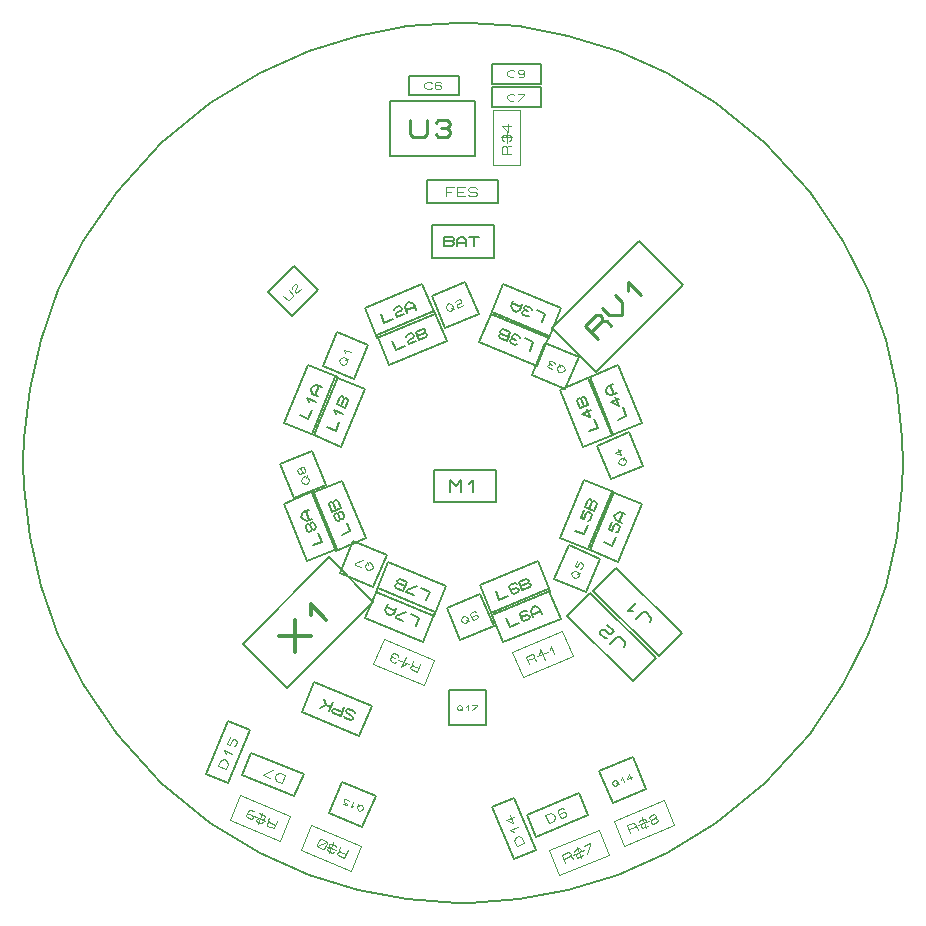
<source format=gbr>
G04 PROTEUS RS274X GERBER FILE*
%FSLAX45Y45*%
%MOMM*%
G01*
%ADD31C,0.203200*%
%ADD87C,0.132080*%
%ADD88C,0.103290*%
%ADD89C,0.050000*%
%ADD90C,0.116250*%
%ADD91C,0.118870*%
%ADD92C,0.164590*%
%ADD93C,0.259080*%
%ADD94C,0.316990*%
%ADD95C,0.241300*%
%ADD96C,0.077470*%
%ADD97C,0.100580*%
%ADD98C,0.120190*%
%ADD99C,0.119920*%
D31*
X-1255770Y+240792D02*
X-1053590Y+728896D01*
X-1307029Y+833874D01*
X-1509208Y+345770D01*
X-1255770Y+240792D01*
D87*
X-1378661Y+406065D02*
X-1305445Y+375738D01*
X-1275118Y+448954D01*
X-1303711Y+517982D02*
X-1318007Y+552496D01*
X-1244791Y+522169D01*
X-1224573Y+570980D02*
X-1273384Y+591198D01*
X-1287680Y+625712D01*
X-1277571Y+650117D01*
X-1243057Y+664414D01*
X-1194246Y+644196D01*
X-1248978Y+581089D02*
X-1218652Y+654305D01*
D31*
X-1025770Y+140792D02*
X-823590Y+628896D01*
X-1077029Y+733874D01*
X-1279208Y+245770D01*
X-1025770Y+140792D01*
D87*
X-1148661Y+306065D02*
X-1075445Y+275738D01*
X-1045118Y+348954D01*
X-1073711Y+417982D02*
X-1088007Y+452496D01*
X-1014791Y+422169D01*
X-994573Y+470980D02*
X-1067789Y+501307D01*
X-1042516Y+562320D01*
X-1025259Y+569468D01*
X-1013057Y+564414D01*
X-1005909Y+547156D01*
X-988652Y+554305D01*
X-976449Y+549250D01*
X-969301Y+531993D01*
X-994573Y+470980D01*
X-1031181Y+486143D02*
X-1005909Y+547156D01*
D31*
X-916361Y+714513D02*
X-797775Y+1000804D01*
X-1067640Y+1112586D01*
X-1186226Y+826294D01*
X-916361Y+714513D01*
D88*
X-1033165Y+841158D02*
X-1044346Y+868149D01*
X-1036441Y+887236D01*
X-1009449Y+898415D01*
X-990363Y+890510D01*
X-979182Y+863518D01*
X-987088Y+844432D01*
X-1014080Y+833252D01*
X-1033165Y+841158D01*
X-998269Y+871424D02*
X-971277Y+882604D01*
X-993637Y+936587D02*
X-1004818Y+963580D01*
X-947559Y+939862D01*
D31*
X-724230Y+1060792D02*
X-236126Y+1262971D01*
X-341104Y+1516410D01*
X-829208Y+1314230D01*
X-724230Y+1060792D01*
D87*
X-694262Y+1264555D02*
X-663935Y+1191339D01*
X-590719Y+1221666D01*
X-579384Y+1297843D02*
X-572236Y+1315100D01*
X-535628Y+1330263D01*
X-518371Y+1323115D01*
X-513316Y+1310913D01*
X-520464Y+1293655D01*
X-557072Y+1278492D01*
X-564220Y+1261235D01*
X-554111Y+1236830D01*
X-493098Y+1262102D01*
X-468693Y+1272211D02*
X-488911Y+1321022D01*
X-474615Y+1355536D01*
X-450209Y+1365645D01*
X-415695Y+1351349D01*
X-395477Y+1302538D01*
X-478802Y+1296616D02*
X-405586Y+1326943D01*
D31*
X-624230Y+830792D02*
X-136126Y+1032971D01*
X-241104Y+1286410D01*
X-729208Y+1084230D01*
X-624230Y+830792D01*
D87*
X-594262Y+1034555D02*
X-563935Y+961339D01*
X-490719Y+991666D01*
X-479384Y+1067843D02*
X-472236Y+1085100D01*
X-435628Y+1100263D01*
X-418371Y+1093115D01*
X-413316Y+1080913D01*
X-420464Y+1063655D01*
X-457072Y+1048492D01*
X-464220Y+1031235D01*
X-454111Y+1006830D01*
X-393098Y+1032102D01*
X-368693Y+1042211D02*
X-399020Y+1115427D01*
X-338007Y+1140699D01*
X-320750Y+1133551D01*
X-315695Y+1121349D01*
X-322843Y+1104091D01*
X-305586Y+1096943D01*
X-300532Y+1084741D01*
X-307680Y+1067484D01*
X-368693Y+1042211D01*
X-383856Y+1078819D02*
X-322843Y+1104091D01*
D31*
X+240792Y+1265770D02*
X+728896Y+1063590D01*
X+833874Y+1317029D01*
X+345770Y+1519208D01*
X+240792Y+1265770D01*
D87*
X+668601Y+1194137D02*
X+698928Y+1267353D01*
X+625712Y+1297680D01*
X+563832Y+1251830D02*
X+546575Y+1244682D01*
X+509967Y+1259846D01*
X+502819Y+1277103D01*
X+507873Y+1289305D01*
X+525131Y+1296453D01*
X+517982Y+1313710D01*
X+523037Y+1325913D01*
X+540294Y+1333061D01*
X+576902Y+1317898D01*
X+584050Y+1300641D01*
X+549536Y+1286344D02*
X+525131Y+1296453D01*
X+503686Y+1348225D02*
X+483468Y+1299414D01*
X+448954Y+1285118D01*
X+424549Y+1295227D01*
X+410252Y+1329741D01*
X+430470Y+1378552D01*
X+493577Y+1323820D02*
X+420361Y+1354146D01*
D31*
X+140792Y+1025770D02*
X+628896Y+823590D01*
X+733874Y+1077029D01*
X+245770Y+1279208D01*
X+140792Y+1025770D01*
D87*
X+568601Y+954137D02*
X+598928Y+1027353D01*
X+525712Y+1057680D01*
X+463832Y+1011830D02*
X+446575Y+1004682D01*
X+409967Y+1019846D01*
X+402819Y+1037103D01*
X+407873Y+1049305D01*
X+425131Y+1056453D01*
X+417982Y+1073710D01*
X+423037Y+1085913D01*
X+440294Y+1093061D01*
X+476902Y+1077898D01*
X+484050Y+1060641D01*
X+449536Y+1046344D02*
X+425131Y+1056453D01*
X+403686Y+1108225D02*
X+373359Y+1035009D01*
X+312346Y+1060282D01*
X+305198Y+1077539D01*
X+310252Y+1089741D01*
X+327510Y+1096889D01*
X+320361Y+1114146D01*
X+325416Y+1126349D01*
X+342673Y+1133497D01*
X+403686Y+1108225D01*
X+388523Y+1071617D02*
X+327510Y+1096889D01*
D31*
X+1060792Y+724230D02*
X+1262971Y+236126D01*
X+1516410Y+341104D01*
X+1314230Y+829208D01*
X+1060792Y+724230D01*
D87*
X+1312647Y+371072D02*
X+1385863Y+401399D01*
X+1355536Y+474615D01*
X+1290695Y+562127D02*
X+1321022Y+488911D01*
X+1251993Y+517504D01*
X+1325209Y+547830D01*
X+1304991Y+596641D02*
X+1256180Y+576423D01*
X+1221666Y+590719D01*
X+1211557Y+615125D01*
X+1225853Y+649639D01*
X+1274664Y+669857D01*
X+1280586Y+586532D02*
X+1250259Y+659748D01*
D31*
X+820792Y+624230D02*
X+1022971Y+136126D01*
X+1276410Y+241104D01*
X+1074230Y+729208D01*
X+820792Y+624230D01*
D87*
X+1072647Y+271072D02*
X+1145863Y+301399D01*
X+1115536Y+374615D01*
X+1050695Y+462127D02*
X+1081022Y+388911D01*
X+1011993Y+417504D01*
X+1085209Y+447830D01*
X+1064991Y+496641D02*
X+991775Y+466314D01*
X+966503Y+527327D01*
X+973651Y+544584D01*
X+985853Y+549639D01*
X+1003111Y+542491D01*
X+1010259Y+559748D01*
X+1022461Y+564802D01*
X+1039718Y+557654D01*
X+1064991Y+496641D01*
X+1028383Y+481478D02*
X+1003111Y+542491D01*
D31*
X+1265770Y-240792D02*
X+1063590Y-728896D01*
X+1317029Y-833874D01*
X+1519208Y-345770D01*
X+1265770Y-240792D01*
D87*
X+1194137Y-668601D02*
X+1267353Y-698928D01*
X+1297680Y-625712D01*
X+1264900Y-497765D02*
X+1239628Y-558778D01*
X+1264033Y-568887D01*
X+1284251Y-520076D01*
X+1301508Y-512928D01*
X+1325913Y-523037D01*
X+1333061Y-540294D01*
X+1317898Y-576902D01*
X+1300641Y-584050D01*
X+1348225Y-503686D02*
X+1299414Y-483468D01*
X+1285118Y-448954D01*
X+1295227Y-424549D01*
X+1329741Y-410252D01*
X+1378552Y-430470D01*
X+1323820Y-493577D02*
X+1354146Y-420361D01*
D31*
X+1025770Y-140792D02*
X+823590Y-628896D01*
X+1077029Y-733874D01*
X+1279208Y-245770D01*
X+1025770Y-140792D01*
D87*
X+954137Y-568601D02*
X+1027353Y-598928D01*
X+1057680Y-525712D01*
X+1024900Y-397765D02*
X+999628Y-458778D01*
X+1024033Y-468887D01*
X+1044251Y-420076D01*
X+1061508Y-412928D01*
X+1085913Y-423037D01*
X+1093061Y-440294D01*
X+1077898Y-476902D01*
X+1060641Y-484050D01*
X+1108225Y-403686D02*
X+1035009Y-373359D01*
X+1060282Y-312346D01*
X+1077539Y-305198D01*
X+1089741Y-310252D01*
X+1096889Y-327510D01*
X+1114146Y-320361D01*
X+1126349Y-325416D01*
X+1133497Y-342673D01*
X+1108225Y-403686D01*
X+1071617Y-388523D02*
X+1096889Y-327510D01*
D31*
X+724230Y-1060792D02*
X+236126Y-1262971D01*
X+341104Y-1516410D01*
X+829208Y-1314230D01*
X+724230Y-1060792D01*
D87*
X+371072Y-1312647D02*
X+401399Y-1385863D01*
X+474615Y-1355536D01*
X+546963Y-1254087D02*
X+529706Y-1246939D01*
X+493098Y-1262102D01*
X+485950Y-1279359D01*
X+506168Y-1328170D01*
X+523425Y-1335318D01*
X+560033Y-1320154D01*
X+567181Y-1302897D01*
X+562127Y-1290695D01*
X+544870Y-1283547D01*
X+496059Y-1303765D01*
X+596641Y-1304991D02*
X+576423Y-1256180D01*
X+590719Y-1221666D01*
X+615125Y-1211557D01*
X+649639Y-1225853D01*
X+669857Y-1274664D01*
X+586532Y-1280586D02*
X+659748Y-1250259D01*
D31*
X+634230Y-830792D02*
X+146126Y-1032971D01*
X+251104Y-1286410D01*
X+739208Y-1084230D01*
X+634230Y-830792D01*
D87*
X+281072Y-1082647D02*
X+311399Y-1155863D01*
X+384615Y-1125536D01*
X+456963Y-1024087D02*
X+439706Y-1016939D01*
X+403098Y-1032102D01*
X+395950Y-1049359D01*
X+416168Y-1098170D01*
X+433425Y-1105318D01*
X+470033Y-1090154D01*
X+477181Y-1072897D01*
X+472127Y-1060695D01*
X+454870Y-1053547D01*
X+406059Y-1073765D01*
X+506641Y-1074991D02*
X+476314Y-1001775D01*
X+537327Y-976503D01*
X+554584Y-983651D01*
X+559639Y-995853D01*
X+552491Y-1013111D01*
X+569748Y-1020259D01*
X+574802Y-1032461D01*
X+567654Y-1049718D01*
X+506641Y-1074991D01*
X+491478Y-1038383D02*
X+552491Y-1013111D01*
D31*
X-230792Y-1255770D02*
X-718896Y-1053590D01*
X-823874Y-1307029D01*
X-335770Y-1509208D01*
X-230792Y-1255770D01*
D87*
X-396065Y-1378661D02*
X-365738Y-1305445D01*
X-438954Y-1275118D01*
X-505888Y-1333170D02*
X-566901Y-1307898D01*
X-561847Y-1295695D01*
X-475562Y-1259955D01*
X-560980Y-1224573D02*
X-581198Y-1273384D01*
X-615712Y-1287680D01*
X-640117Y-1277571D01*
X-654414Y-1243057D01*
X-634196Y-1194246D01*
X-571089Y-1248978D02*
X-644305Y-1218652D01*
D31*
X-140792Y-1035770D02*
X-628896Y-833590D01*
X-733874Y-1087029D01*
X-245770Y-1289208D01*
X-140792Y-1035770D01*
D87*
X-306065Y-1158661D02*
X-275738Y-1085445D01*
X-348954Y-1055118D01*
X-415888Y-1113170D02*
X-476901Y-1087898D01*
X-471847Y-1075695D01*
X-385562Y-1039955D01*
X-470980Y-1004573D02*
X-501307Y-1077789D01*
X-562320Y-1052516D01*
X-569468Y-1035259D01*
X-564414Y-1023057D01*
X-547156Y-1015909D01*
X-554305Y-998652D01*
X-549250Y-986449D01*
X-531993Y-979301D01*
X-470980Y-1004573D01*
X-486143Y-1041181D02*
X-547156Y-1015909D01*
D31*
X-1060792Y-724230D02*
X-1262971Y-236126D01*
X-1516410Y-341104D01*
X-1314230Y-829208D01*
X-1060792Y-724230D01*
D87*
X-1264555Y-694262D02*
X-1191339Y-663935D01*
X-1221666Y-590719D01*
X-1278492Y-557072D02*
X-1285640Y-574329D01*
X-1297843Y-579384D01*
X-1315100Y-572236D01*
X-1330263Y-535628D01*
X-1323115Y-518371D01*
X-1310913Y-513316D01*
X-1293655Y-520464D01*
X-1278492Y-557072D01*
X-1261235Y-564220D01*
X-1249032Y-559166D01*
X-1241884Y-541909D01*
X-1257048Y-505301D01*
X-1274305Y-498153D01*
X-1286507Y-503207D01*
X-1293655Y-520464D01*
X-1272211Y-468693D02*
X-1321022Y-488911D01*
X-1355536Y-474615D01*
X-1365645Y-450209D01*
X-1351349Y-415695D01*
X-1302538Y-395477D01*
X-1296616Y-478802D02*
X-1326943Y-405586D01*
D31*
X-820792Y-634230D02*
X-1022971Y-146126D01*
X-1276410Y-251104D01*
X-1074230Y-739208D01*
X-820792Y-634230D01*
D87*
X-1024555Y-604262D02*
X-951339Y-573935D01*
X-981666Y-500719D01*
X-1038492Y-467072D02*
X-1045640Y-484329D01*
X-1057843Y-489384D01*
X-1075100Y-482236D01*
X-1090263Y-445628D01*
X-1083115Y-428371D01*
X-1070913Y-423316D01*
X-1053655Y-430464D01*
X-1038492Y-467072D01*
X-1021235Y-474220D01*
X-1009032Y-469166D01*
X-1001884Y-451909D01*
X-1017048Y-415301D01*
X-1034305Y-408153D01*
X-1046507Y-413207D01*
X-1053655Y-430464D01*
X-1032211Y-378693D02*
X-1105427Y-409020D01*
X-1130699Y-348007D01*
X-1123551Y-330750D01*
X-1111349Y-325695D01*
X-1094091Y-332843D01*
X-1086943Y-315586D01*
X-1074741Y-310532D01*
X-1057484Y-317680D01*
X-1032211Y-378693D01*
X-1068819Y-393856D02*
X-1094091Y-332843D01*
D31*
X-150804Y+1147775D02*
X+135487Y+1266361D01*
X+23706Y+1536226D01*
X-262586Y+1417640D01*
X-150804Y+1147775D01*
D88*
X-143846Y+1319920D02*
X-132666Y+1346912D01*
X-113580Y+1354818D01*
X-86588Y+1343637D01*
X-78683Y+1324552D01*
X-89863Y+1297560D01*
X-108949Y+1289654D01*
X-135940Y+1300835D01*
X-143846Y+1319920D01*
X-97768Y+1316646D02*
X-70777Y+1305465D01*
X-61912Y+1365040D02*
X-56322Y+1378535D01*
X-27693Y+1390394D01*
X-14197Y+1384804D01*
X-10244Y+1375260D01*
X-15834Y+1361765D01*
X-44464Y+1349906D01*
X-50054Y+1336411D01*
X-42148Y+1317324D01*
X+5567Y+1337088D01*
D31*
X+584513Y+746361D02*
X+870804Y+627775D01*
X+982586Y+897640D01*
X+696294Y+1016226D01*
X+584513Y+746361D01*
D88*
X+855940Y+780835D02*
X+828949Y+769654D01*
X+809862Y+777559D01*
X+798683Y+804551D01*
X+806588Y+823637D01*
X+833580Y+834818D01*
X+852666Y+826912D01*
X+863846Y+799920D01*
X+855940Y+780835D01*
X+825674Y+815731D02*
X+814494Y+842723D01*
X+766100Y+806867D02*
X+752605Y+801277D01*
X+723976Y+813135D01*
X+718386Y+826631D01*
X+722339Y+836174D01*
X+735834Y+841764D01*
X+730244Y+855260D01*
X+734197Y+864804D01*
X+747693Y+870394D01*
X+776322Y+858535D01*
X+781912Y+845039D01*
X+754921Y+833859D02*
X+735834Y+841764D01*
D31*
X+1137775Y+150804D02*
X+1256361Y-135487D01*
X+1526226Y-23706D01*
X+1407640Y+262586D01*
X+1137775Y+150804D01*
D88*
X+1354080Y-16748D02*
X+1327088Y-5568D01*
X+1319182Y+13518D01*
X+1330363Y+40510D01*
X+1349448Y+48415D01*
X+1376440Y+37235D01*
X+1384346Y+18149D01*
X+1373165Y-8842D01*
X+1354080Y-16748D01*
X+1357354Y+29330D02*
X+1368535Y+56321D01*
X+1317825Y+124759D02*
X+1341542Y+67502D01*
X+1287559Y+89862D01*
X+1344817Y+113579D01*
D31*
X+896361Y-694513D02*
X+777775Y-980804D01*
X+1047640Y-1092586D01*
X+1166226Y-806294D01*
X+896361Y-694513D01*
D88*
X+930835Y-965940D02*
X+919654Y-938949D01*
X+927559Y-919862D01*
X+954551Y-908683D01*
X+973637Y-916588D01*
X+984818Y-943580D01*
X+976912Y-962666D01*
X+949920Y-973846D01*
X+930835Y-965940D01*
X+965731Y-935674D02*
X+992723Y-924494D01*
X+967088Y-824433D02*
X+947324Y-872148D01*
X+966410Y-880053D01*
X+982222Y-841882D01*
X+995717Y-836291D01*
X+1014804Y-844197D01*
X+1020394Y-857693D01*
X+1008535Y-886322D01*
X+995039Y-891912D01*
D31*
X+150804Y-1107775D02*
X-135487Y-1226361D01*
X-23706Y-1496226D01*
X+262586Y-1377640D01*
X+150804Y-1107775D01*
D88*
X-16748Y-1324080D02*
X-5568Y-1297088D01*
X+13518Y-1289182D01*
X+40510Y-1300363D01*
X+48415Y-1319448D01*
X+37235Y-1346440D01*
X+18149Y-1354346D01*
X-8842Y-1343165D01*
X-16748Y-1324080D01*
X+29330Y-1327354D02*
X+56321Y-1338535D01*
X+112901Y-1259196D02*
X+99405Y-1253606D01*
X+70776Y-1265465D01*
X+65186Y-1278960D01*
X+80998Y-1317133D01*
X+94493Y-1322723D01*
X+123122Y-1310864D01*
X+128712Y-1297369D01*
X+124759Y-1287825D01*
X+111264Y-1282235D01*
X+73092Y-1298047D01*
D31*
X-644240Y-776395D02*
X-930531Y-657809D01*
X-1042313Y-927674D01*
X-756021Y-1046260D01*
X-644240Y-776395D01*
D88*
X-770885Y-893199D02*
X-797876Y-904380D01*
X-816963Y-896475D01*
X-828142Y-869483D01*
X-820237Y-850397D01*
X-793245Y-839216D01*
X-774159Y-847122D01*
X-762979Y-874114D01*
X-770885Y-893199D01*
X-801151Y-858303D02*
X-812331Y-831311D01*
X-864677Y-876710D02*
X-912392Y-856946D01*
X-908439Y-847403D01*
X-840960Y-819452D01*
D31*
X-1157775Y-180804D02*
X-1276361Y+105487D01*
X-1546226Y-6294D01*
X-1427640Y-292586D01*
X-1157775Y-180804D01*
D88*
X-1329920Y-173846D02*
X-1356912Y-162666D01*
X-1364818Y-143580D01*
X-1353637Y-116588D01*
X-1334552Y-108683D01*
X-1307560Y-119863D01*
X-1299654Y-138949D01*
X-1310835Y-165940D01*
X-1329920Y-173846D01*
X-1326646Y-127768D02*
X-1315465Y-100777D01*
X-1359906Y-74464D02*
X-1365496Y-87959D01*
X-1375040Y-91912D01*
X-1388535Y-86322D01*
X-1400394Y-57693D01*
X-1394804Y-44197D01*
X-1385260Y-40244D01*
X-1371765Y-45834D01*
X-1359906Y-74464D01*
X-1346411Y-80054D01*
X-1336867Y-76100D01*
X-1331277Y-62605D01*
X-1343136Y-33976D01*
X-1356631Y-28386D01*
X-1366175Y-32339D01*
X-1371765Y-45834D01*
D89*
X-756063Y-1699940D02*
X-331079Y-1875974D01*
X-243062Y-1663482D01*
X-668046Y-1487448D01*
X-756063Y-1699940D01*
X-480428Y-1635517D02*
X-518697Y-1727905D01*
X-453368Y-1700845D02*
X-545756Y-1662577D01*
D90*
X-357334Y-1702875D02*
X-384027Y-1767316D01*
X-437727Y-1745072D01*
X-444018Y-1729884D01*
X-439570Y-1719143D01*
X-424381Y-1712852D01*
X-370680Y-1735095D01*
X-424381Y-1712852D02*
X-430672Y-1697663D01*
X-421775Y-1676183D01*
X-482530Y-1701348D02*
X-512908Y-1713931D01*
X-486216Y-1649490D01*
X-562160Y-1680948D02*
X-577349Y-1687239D01*
X-609569Y-1673893D01*
X-615860Y-1658705D01*
X-611412Y-1647964D01*
X-596223Y-1641673D01*
X-602514Y-1626484D01*
X-598066Y-1615744D01*
X-582877Y-1609453D01*
X-550657Y-1622799D01*
X-544365Y-1637988D01*
X-574743Y-1650570D02*
X-596223Y-1641673D01*
D89*
X+507554Y-1809752D02*
X+932538Y-1633718D01*
X+844521Y-1421226D01*
X+419537Y-1597260D01*
X+507554Y-1809752D01*
X+656903Y-1569295D02*
X+695172Y-1661683D01*
X+722232Y-1596355D02*
X+629844Y-1634623D01*
D90*
X+560503Y-1701094D02*
X+533810Y-1636653D01*
X+587511Y-1614410D01*
X+602700Y-1620701D01*
X+607148Y-1631441D01*
X+600857Y-1646630D01*
X+547157Y-1668874D01*
X+600857Y-1646630D02*
X+616046Y-1652921D01*
X+624943Y-1674402D01*
X+650109Y-1613646D02*
X+662692Y-1583268D01*
X+689384Y-1647709D01*
X+736030Y-1578057D02*
X+748613Y-1547679D01*
X+775305Y-1612120D01*
D31*
X-302260Y+2200940D02*
X+302260Y+2200940D01*
X+302260Y+2399060D01*
X-302260Y+2399060D01*
X-302260Y+2200940D01*
D91*
X-142645Y+2264338D02*
X-142645Y+2335661D01*
X-71323Y+2335661D01*
X-142645Y+2300000D02*
X-95097Y+2300000D01*
X+23774Y+2264338D02*
X-47548Y+2264338D01*
X-47548Y+2335661D01*
X+23774Y+2335661D01*
X-47548Y+2300000D02*
X+0Y+2300000D01*
X+47549Y+2276225D02*
X+59436Y+2264338D01*
X+106984Y+2264338D01*
X+118871Y+2276225D01*
X+118871Y+2288112D01*
X+106984Y+2300000D01*
X+59436Y+2300000D01*
X+47549Y+2311887D01*
X+47549Y+2323774D01*
X+59436Y+2335661D01*
X+106984Y+2335661D01*
X+118871Y+2323774D01*
D31*
X-261160Y+1742840D02*
X+267160Y+1742840D01*
X+267160Y+2017160D01*
X-261160Y+2017160D01*
X-261160Y+1742840D01*
D87*
X-155496Y+1840376D02*
X-155496Y+1919624D01*
X-89456Y+1919624D01*
X-76248Y+1906416D01*
X-76248Y+1893208D01*
X-89456Y+1880000D01*
X-76248Y+1866792D01*
X-76248Y+1853584D01*
X-89456Y+1840376D01*
X-155496Y+1840376D01*
X-155496Y+1880000D02*
X-89456Y+1880000D01*
X-49832Y+1840376D02*
X-49832Y+1893208D01*
X-23416Y+1919624D01*
X+3000Y+1919624D01*
X+29416Y+1893208D01*
X+29416Y+1840376D01*
X-49832Y+1866792D02*
X+29416Y+1866792D01*
X+55832Y+1919624D02*
X+135080Y+1919624D01*
X+95456Y+1919624D02*
X+95456Y+1840376D01*
D31*
X+1106026Y-1080000D02*
X+1659210Y-1633184D01*
X+1853184Y-1439210D01*
X+1300000Y-886026D01*
X+1106026Y-1080000D01*
D92*
X+1584351Y-1341073D02*
X+1595989Y-1329435D01*
X+1595989Y-1306158D01*
X+1549436Y-1259605D01*
X+1526160Y-1259605D01*
X+1467968Y-1317797D01*
X+1444690Y-1247967D02*
X+1398137Y-1247967D01*
X+1467967Y-1178136D01*
D31*
X-1363874Y-2107028D02*
X-875770Y-2309208D01*
X-770792Y-2055769D01*
X-1258896Y-1853590D01*
X-1363874Y-2107028D01*
D87*
X-910792Y-2117648D02*
X-917941Y-2100391D01*
X-966751Y-2080173D01*
X-984008Y-2087321D01*
X-989063Y-2099524D01*
X-981914Y-2116781D01*
X-933104Y-2136999D01*
X-925956Y-2154256D01*
X-931010Y-2166458D01*
X-948267Y-2173606D01*
X-997078Y-2153388D01*
X-1004226Y-2136131D01*
X-1003359Y-2065009D02*
X-1033686Y-2138225D01*
X-1094699Y-2112952D01*
X-1101847Y-2095695D01*
X-1096793Y-2083493D01*
X-1079535Y-2076345D01*
X-1018522Y-2101617D01*
X-1131307Y-2097789D02*
X-1100980Y-2024573D01*
X-1204522Y-2067462D02*
X-1152751Y-2046018D01*
X-1174196Y-1994246D01*
X-1116143Y-2061181D02*
X-1152751Y-2046018D01*
D31*
X+1130592Y+776619D02*
X+1863381Y+1509408D01*
X+1489803Y+1882986D01*
X+757014Y+1150197D01*
X+1130592Y+776619D01*
D93*
X+1145320Y+1055007D02*
X+1035401Y+1164926D01*
X+1127000Y+1256524D01*
X+1163639Y+1256524D01*
X+1181959Y+1238205D01*
X+1181959Y+1201565D01*
X+1090360Y+1109967D01*
X+1181959Y+1201565D02*
X+1218598Y+1201565D01*
X+1255238Y+1164926D01*
X+1181959Y+1311484D02*
X+1236918Y+1256525D01*
X+1346837Y+1256525D01*
X+1346837Y+1366443D01*
X+1291878Y+1421402D01*
X+1401796Y+1458042D02*
X+1401796Y+1531321D01*
X+1511714Y+1421402D01*
D31*
X-1431066Y+1670184D02*
X-1650184Y+1451066D01*
X-1443638Y+1244520D01*
X-1224520Y+1463638D01*
X-1431066Y+1670184D01*
D88*
X-1517695Y+1420833D02*
X-1481175Y+1384313D01*
X-1466568Y+1384313D01*
X-1437352Y+1413529D01*
X-1437352Y+1428136D01*
X-1473872Y+1464656D01*
X-1444657Y+1479264D02*
X-1444657Y+1493871D01*
X-1422745Y+1515783D01*
X-1408137Y+1515783D01*
X-1400833Y+1508479D01*
X-1400833Y+1493871D01*
X-1422745Y+1471960D01*
X-1422745Y+1457352D01*
X-1408137Y+1442744D01*
X-1371617Y+1479263D01*
D31*
X-1130000Y-796421D02*
X-1862789Y-1529210D01*
X-1489210Y-1902789D01*
X-756421Y-1170000D01*
X-1130000Y-796421D01*
D94*
X-1556166Y-1461679D02*
X-1287191Y-1461679D01*
X-1421678Y-1596167D02*
X-1421679Y-1327191D01*
X-1287191Y-1282362D02*
X-1287191Y-1192703D01*
X-1152703Y-1327192D01*
D31*
X-615350Y+2604020D02*
X+108550Y+2604020D01*
X+108550Y+3071380D01*
X-615350Y+3071380D01*
X-615350Y+2604020D01*
D95*
X-446440Y+2910090D02*
X-446440Y+2789440D01*
X-422310Y+2765310D01*
X-325790Y+2765310D01*
X-301660Y+2789440D01*
X-301660Y+2910090D01*
X-229270Y+2885960D02*
X-205140Y+2910090D01*
X-132750Y+2910090D01*
X-108620Y+2885960D01*
X-108620Y+2861830D01*
X-132750Y+2837700D01*
X-108620Y+2813570D01*
X-108620Y+2789440D01*
X-132750Y+2765310D01*
X-205140Y+2765310D01*
X-229270Y+2789440D01*
X-181010Y+2837700D02*
X-132750Y+2837700D01*
D89*
X+487000Y+2530300D02*
X+487000Y+2990300D01*
X+257000Y+2990300D01*
X+257000Y+2530300D01*
X+487000Y+2530300D01*
X+322000Y+2760300D02*
X+422000Y+2760300D01*
X+372000Y+2810300D02*
X+372000Y+2710300D01*
D90*
X+406875Y+2620800D02*
X+337125Y+2620800D01*
X+337125Y+2678925D01*
X+348750Y+2690550D01*
X+360375Y+2690550D01*
X+372000Y+2678925D01*
X+372000Y+2620800D01*
X+372000Y+2678925D02*
X+383625Y+2690550D01*
X+406875Y+2690550D01*
X+348750Y+2725425D02*
X+337125Y+2737050D01*
X+337125Y+2771925D01*
X+348750Y+2783550D01*
X+360375Y+2783550D01*
X+372000Y+2771925D01*
X+383625Y+2783550D01*
X+395250Y+2783550D01*
X+406875Y+2771925D01*
X+406875Y+2737050D01*
X+395250Y+2725425D01*
X+372000Y+2748675D02*
X+372000Y+2771925D01*
X+383625Y+2876550D02*
X+383625Y+2806800D01*
X+337125Y+2853300D01*
X+406875Y+2853300D01*
D31*
X+886026Y-1290000D02*
X+1439210Y-1843184D01*
X+1633184Y-1649210D01*
X+1080000Y-1096026D01*
X+886026Y-1290000D01*
D92*
X+1364351Y-1551073D02*
X+1375989Y-1539435D01*
X+1375989Y-1516158D01*
X+1329436Y-1469605D01*
X+1306160Y-1469605D01*
X+1247968Y-1527797D01*
X+1224690Y-1481243D02*
X+1201414Y-1481243D01*
X+1166499Y-1446329D01*
X+1166499Y-1423052D01*
X+1178137Y-1411414D01*
X+1201414Y-1411414D01*
X+1236328Y-1446329D01*
X+1259606Y-1446328D01*
X+1282882Y-1423051D01*
X+1224691Y-1364860D01*
D31*
X-241860Y-330260D02*
X+286460Y-330260D01*
X+286460Y-55940D01*
X-241860Y-55940D01*
X-241860Y-330260D01*
D92*
X-109373Y-242478D02*
X-109373Y-143723D01*
X-59996Y-193100D01*
X-10619Y-143723D01*
X-10619Y-242478D01*
X+55218Y-176641D02*
X+88136Y-143723D01*
X+88136Y-242478D01*
D31*
X-111340Y-2215000D02*
X+198540Y-2215000D01*
X+198540Y-1922900D01*
X-111340Y-1922900D01*
X-111340Y-2215000D01*
D96*
X-49364Y-2061203D02*
X-33870Y-2045709D01*
X-18376Y-2045709D01*
X-2882Y-2061203D01*
X-2882Y-2076697D01*
X-18376Y-2092191D01*
X-33870Y-2092191D01*
X-49364Y-2076697D01*
X-49364Y-2061203D01*
X-18376Y-2076697D02*
X-2882Y-2092191D01*
X+28106Y-2061203D02*
X+43600Y-2045709D01*
X+43600Y-2092191D01*
X+82335Y-2045709D02*
X+121070Y-2045709D01*
X+121070Y-2053456D01*
X+82335Y-2092191D01*
D31*
X+3730000Y+5000D02*
X+3724161Y+213494D01*
X+3677111Y+630483D01*
X+3581154Y+1047472D01*
X+3432185Y+1464461D01*
X+3222850Y+1881450D01*
X+2940262Y+2298439D01*
X+2562518Y+2713270D01*
X+2145529Y+3053567D01*
X+1728540Y+3307277D01*
X+1311551Y+3493345D01*
X+894562Y+3622223D01*
X+477573Y+3699902D01*
X+60584Y+3729585D01*
X+5000Y+3730000D01*
X-3720000Y+5000D02*
X-3714161Y+213494D01*
X-3667111Y+630483D01*
X-3571154Y+1047472D01*
X-3422185Y+1464461D01*
X-3212850Y+1881450D01*
X-2930262Y+2298439D01*
X-2552518Y+2713270D01*
X-2135529Y+3053567D01*
X-1718540Y+3307277D01*
X-1301551Y+3493345D01*
X-884562Y+3622223D01*
X-467573Y+3699902D01*
X-50584Y+3729585D01*
X+5000Y+3730000D01*
X-3720000Y+5000D02*
X-3714161Y-203494D01*
X-3667111Y-620483D01*
X-3571154Y-1037472D01*
X-3422185Y-1454461D01*
X-3212850Y-1871450D01*
X-2930262Y-2288439D01*
X-2552518Y-2703270D01*
X-2135529Y-3043567D01*
X-1718540Y-3297277D01*
X-1301551Y-3483345D01*
X-884562Y-3612223D01*
X-467573Y-3689902D01*
X-50584Y-3719585D01*
X+5000Y-3720000D01*
X+3730000Y+5000D02*
X+3724161Y-203494D01*
X+3677111Y-620483D01*
X+3581154Y-1037472D01*
X+3432185Y-1454461D01*
X+3222850Y-1871450D01*
X+2940262Y-2288439D01*
X+2562518Y-2703270D01*
X+2145529Y-3043567D01*
X+1728540Y-3297277D01*
X+1311551Y-3483345D01*
X+894562Y-3612223D01*
X+477573Y-3689902D01*
X+60584Y-3719585D01*
X+5000Y-3720000D01*
X-450800Y+3116180D02*
X-34240Y+3116180D01*
X-34240Y+3283820D01*
X-450800Y+3283820D01*
X-450800Y+3116180D01*
D97*
X-262637Y+3179883D02*
X-272696Y+3169824D01*
X-302871Y+3169824D01*
X-322987Y+3189941D01*
X-322987Y+3210058D01*
X-302871Y+3230175D01*
X-272696Y+3230175D01*
X-262637Y+3220116D01*
X-182170Y+3220116D02*
X-192229Y+3230175D01*
X-222404Y+3230175D01*
X-232462Y+3220116D01*
X-232462Y+3179883D01*
X-222404Y+3169824D01*
X-192229Y+3169824D01*
X-182170Y+3179883D01*
X-182170Y+3189941D01*
X-192229Y+3200000D01*
X-232462Y+3200000D01*
D31*
X+249200Y+3016180D02*
X+665760Y+3016180D01*
X+665760Y+3183820D01*
X+249200Y+3183820D01*
X+249200Y+3016180D01*
D97*
X+437363Y+3079883D02*
X+427304Y+3069824D01*
X+397129Y+3069824D01*
X+377013Y+3089941D01*
X+377013Y+3110058D01*
X+397129Y+3130175D01*
X+427304Y+3130175D01*
X+437363Y+3120116D01*
X+467538Y+3130175D02*
X+517830Y+3130175D01*
X+517830Y+3120116D01*
X+467538Y+3069824D01*
D31*
X+249200Y+3216180D02*
X+665760Y+3216180D01*
X+665760Y+3383820D01*
X+249200Y+3383820D01*
X+249200Y+3216180D01*
D97*
X+437363Y+3279883D02*
X+427304Y+3269824D01*
X+397129Y+3269824D01*
X+377013Y+3289941D01*
X+377013Y+3310058D01*
X+397129Y+3330175D01*
X+427304Y+3330175D01*
X+437363Y+3320116D01*
X+517830Y+3310058D02*
X+507771Y+3300000D01*
X+477596Y+3300000D01*
X+467538Y+3310058D01*
X+467538Y+3320116D01*
X+477596Y+3330175D01*
X+507771Y+3330175D01*
X+517830Y+3320116D01*
X+517830Y+3279883D01*
X+507771Y+3269824D01*
X+477596Y+3269824D01*
D89*
X+815479Y-3488774D02*
X+1240463Y-3312740D01*
X+1152446Y-3100248D01*
X+727462Y-3276282D01*
X+815479Y-3488774D01*
X+964828Y-3248317D02*
X+1003097Y-3340705D01*
X+1030157Y-3275377D02*
X+937769Y-3313645D01*
D90*
X+868428Y-3380116D02*
X+841735Y-3315675D01*
X+895436Y-3293432D01*
X+910625Y-3299723D01*
X+915073Y-3310463D01*
X+908782Y-3325652D01*
X+855082Y-3347896D01*
X+908782Y-3325652D02*
X+923971Y-3331943D01*
X+932868Y-3353424D01*
X+942845Y-3286377D02*
X+949137Y-3271188D01*
X+981357Y-3257842D01*
X+996546Y-3264133D01*
X+1000994Y-3274873D01*
X+994703Y-3290062D01*
X+962483Y-3303408D01*
X+956191Y-3318597D01*
X+965089Y-3340077D01*
X+1018789Y-3317834D01*
X+1024318Y-3240048D02*
X+1078018Y-3217804D01*
X+1082467Y-3228544D01*
X+1051010Y-3304488D01*
D89*
X+1365479Y-3238774D02*
X+1790463Y-3062740D01*
X+1702446Y-2850248D01*
X+1277462Y-3026282D01*
X+1365479Y-3238774D01*
X+1514828Y-2998317D02*
X+1553097Y-3090705D01*
X+1580157Y-3025377D02*
X+1487769Y-3063645D01*
D90*
X+1418428Y-3130116D02*
X+1391735Y-3065675D01*
X+1445436Y-3043432D01*
X+1460625Y-3049723D01*
X+1465073Y-3060463D01*
X+1458782Y-3075652D01*
X+1405082Y-3097896D01*
X+1458782Y-3075652D02*
X+1473971Y-3081943D01*
X+1482868Y-3103424D01*
X+1492845Y-3036377D02*
X+1499137Y-3021188D01*
X+1531357Y-3007842D01*
X+1546546Y-3014133D01*
X+1550994Y-3024873D01*
X+1544703Y-3040062D01*
X+1512483Y-3053408D01*
X+1506191Y-3068597D01*
X+1515089Y-3090077D01*
X+1568789Y-3067834D01*
X+1598404Y-3017819D02*
X+1583215Y-3011528D01*
X+1578766Y-3000788D01*
X+1585058Y-2985599D01*
X+1617278Y-2972253D01*
X+1632467Y-2978544D01*
X+1636915Y-2989284D01*
X+1630624Y-3004473D01*
X+1598404Y-3017819D01*
X+1592112Y-3033008D01*
X+1596561Y-3043748D01*
X+1611750Y-3050039D01*
X+1643970Y-3036693D01*
X+1650262Y-3021505D01*
X+1645813Y-3010764D01*
X+1630624Y-3004473D01*
D89*
X-1972538Y-3023718D02*
X-1547554Y-3199752D01*
X-1459537Y-2987260D01*
X-1884521Y-2811226D01*
X-1972538Y-3023718D01*
X-1696903Y-2959295D02*
X-1735172Y-3051683D01*
X-1669843Y-3024623D02*
X-1762231Y-2986355D01*
D90*
X-1573809Y-3026653D02*
X-1600502Y-3091094D01*
X-1654202Y-3068850D01*
X-1660493Y-3053662D01*
X-1656045Y-3042921D01*
X-1640856Y-3036630D01*
X-1587155Y-3058873D01*
X-1640856Y-3036630D02*
X-1647147Y-3021441D01*
X-1638250Y-2999961D01*
X-1692714Y-3040315D02*
X-1707903Y-3046606D01*
X-1740123Y-3033260D01*
X-1746414Y-3018072D01*
X-1741966Y-3007331D01*
X-1726777Y-3001040D01*
X-1694557Y-3014386D01*
X-1679368Y-3008095D01*
X-1670470Y-2986615D01*
X-1724171Y-2964371D01*
X-1827887Y-2971742D02*
X-1812698Y-2965451D01*
X-1780478Y-2978797D01*
X-1774186Y-2993986D01*
X-1778635Y-3004726D01*
X-1793824Y-3011017D01*
X-1826044Y-2997671D01*
X-1832335Y-2982483D01*
X-1814541Y-2939522D01*
X-1799352Y-2933231D01*
X-1767132Y-2946577D01*
D89*
X-1372538Y-3273718D02*
X-947554Y-3449752D01*
X-859537Y-3237260D01*
X-1284521Y-3061226D01*
X-1372538Y-3273718D01*
X-1096903Y-3209295D02*
X-1135172Y-3301683D01*
X-1069843Y-3274623D02*
X-1162231Y-3236355D01*
D90*
X-973809Y-3276653D02*
X-1000502Y-3341094D01*
X-1054202Y-3318850D01*
X-1060493Y-3303662D01*
X-1056045Y-3292921D01*
X-1040856Y-3286630D01*
X-987155Y-3308873D01*
X-1040856Y-3286630D02*
X-1047147Y-3271441D01*
X-1038250Y-3249961D01*
X-1092714Y-3290315D02*
X-1107903Y-3296606D01*
X-1140123Y-3283260D01*
X-1146414Y-3268072D01*
X-1141966Y-3257331D01*
X-1126777Y-3251040D01*
X-1133068Y-3235851D01*
X-1128620Y-3225111D01*
X-1113431Y-3218820D01*
X-1081211Y-3232166D01*
X-1074919Y-3247355D01*
X-1105297Y-3259937D02*
X-1126777Y-3251040D01*
X-1150100Y-3216214D02*
X-1167895Y-3259175D01*
X-1183084Y-3265466D01*
X-1226044Y-3247671D01*
X-1232335Y-3232483D01*
X-1214541Y-3189522D01*
X-1199352Y-3183231D01*
X-1156391Y-3201026D01*
X-1150100Y-3216214D01*
X-1145651Y-3205474D02*
X-1236784Y-3243223D01*
D31*
X+986203Y-2790734D02*
X+543018Y-2974307D01*
X+619678Y-3159379D01*
X+1062863Y-2975805D01*
X+986203Y-2790734D01*
D98*
X+727905Y-3045166D02*
X+700308Y-2978540D01*
X+744724Y-2960142D01*
X+776131Y-2973152D01*
X+785331Y-2995361D01*
X+772321Y-3026768D01*
X+727905Y-3045166D01*
X+860366Y-2925251D02*
X+844662Y-2918747D01*
X+811350Y-2932545D01*
X+804845Y-2948249D01*
X+823244Y-2992666D01*
X+838947Y-2999171D01*
X+872260Y-2985372D01*
X+878764Y-2969669D01*
X+874165Y-2958565D01*
X+858461Y-2952059D01*
X+814044Y-2970457D01*
D31*
X-1347137Y-2634195D02*
X-1790322Y-2450621D01*
X-1866982Y-2635693D01*
X-1423797Y-2819266D01*
X-1347137Y-2634195D01*
D98*
X-1504427Y-2638427D02*
X-1532024Y-2705053D01*
X-1576441Y-2686655D01*
X-1589450Y-2655248D01*
X-1580251Y-2633039D01*
X-1548843Y-2620029D01*
X-1504427Y-2638427D01*
X-1631962Y-2663657D02*
X-1687483Y-2640660D01*
X-1682883Y-2629556D01*
X-1604365Y-2597032D01*
D31*
X+619266Y-3276203D02*
X+435693Y-2833018D01*
X+250621Y-2909678D01*
X+434195Y-3352863D01*
X+619266Y-3276203D01*
D99*
X+523255Y-3212128D02*
X+456777Y-3239664D01*
X+438420Y-3195345D01*
X+451400Y-3164007D01*
X+473560Y-3154829D01*
X+504897Y-3167809D01*
X+523255Y-3212128D01*
X+433043Y-3119689D02*
X+401705Y-3106708D01*
X+468182Y-3079172D01*
X+400131Y-2977555D02*
X+427666Y-3044032D01*
X+364991Y-3018071D01*
X+431468Y-2990535D01*
D31*
X-1984195Y-2702863D02*
X-1800621Y-2259678D01*
X-1985693Y-2183018D01*
X-2169266Y-2626203D01*
X-1984195Y-2702863D01*
D99*
X-2006777Y-2589663D02*
X-2073255Y-2562127D01*
X-2054898Y-2517809D01*
X-2023560Y-2504828D01*
X-2001401Y-2514007D01*
X-1988420Y-2545345D01*
X-2006777Y-2589663D01*
X-2005202Y-2460510D02*
X-2018183Y-2429172D01*
X-1951705Y-2456708D01*
X-1972290Y-2318376D02*
X-1995237Y-2373774D01*
X-1973078Y-2382953D01*
X-1954720Y-2338634D01*
X-1939051Y-2332144D01*
X-1916891Y-2341322D01*
X-1910402Y-2356992D01*
X-1924170Y-2390230D01*
X-1939838Y-2396721D01*
D31*
X+1269196Y-2872225D02*
X+1555487Y-2753639D01*
X+1443706Y-2483774D01*
X+1157414Y-2602360D01*
X+1269196Y-2872225D01*
D96*
X+1267599Y-2706418D02*
X+1275984Y-2686174D01*
X+1290299Y-2680245D01*
X+1310543Y-2688630D01*
X+1316472Y-2702945D01*
X+1308087Y-2723189D01*
X+1293772Y-2729118D01*
X+1273528Y-2720733D01*
X+1267599Y-2706418D01*
X+1302158Y-2708874D02*
X+1322401Y-2717260D01*
X+1339172Y-2676772D02*
X+1347557Y-2656528D01*
X+1365345Y-2699472D01*
X+1430989Y-2655511D02*
X+1388045Y-2673299D01*
X+1404816Y-2632811D01*
X+1422604Y-2675755D01*
D31*
X-1135487Y-2963639D02*
X-849196Y-3082225D01*
X-737414Y-2812360D01*
X-1023706Y-2693774D01*
X-1135487Y-2963639D01*
D96*
X-853528Y-2930733D02*
X-873772Y-2939118D01*
X-888086Y-2933189D01*
X-896472Y-2912945D01*
X-890542Y-2898630D01*
X-870298Y-2890245D01*
X-855984Y-2896174D01*
X-847599Y-2916418D01*
X-853528Y-2930733D01*
X-876228Y-2904560D02*
X-884613Y-2884316D01*
X-925100Y-2901086D02*
X-945344Y-2909472D01*
X-927556Y-2866528D01*
X-1016918Y-2879825D02*
X-981131Y-2894649D01*
X-975202Y-2880334D01*
X-1003831Y-2868476D01*
X-1008024Y-2858354D01*
X-1002095Y-2844039D01*
X-991973Y-2839846D01*
X-970501Y-2848740D01*
X-966308Y-2858862D01*
M02*

</source>
